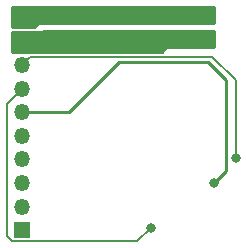
<source format=gbl>
G04 #@! TF.GenerationSoftware,KiCad,Pcbnew,5.1.4+dfsg1-1*
G04 #@! TF.CreationDate,2020-04-30T23:01:33+02:00*
G04 #@! TF.ProjectId,USB_conn,5553425f-636f-46e6-9e2e-6b696361645f,rev?*
G04 #@! TF.SameCoordinates,Original*
G04 #@! TF.FileFunction,Copper,L2,Bot*
G04 #@! TF.FilePolarity,Positive*
%FSLAX46Y46*%
G04 Gerber Fmt 4.6, Leading zero omitted, Abs format (unit mm)*
G04 Created by KiCad (PCBNEW 5.1.4+dfsg1-1) date 2020-04-30 23:01:33*
%MOMM*%
%LPD*%
G04 APERTURE LIST*
%ADD10R,1.350000X1.350000*%
%ADD11O,1.350000X1.350000*%
%ADD12C,0.600000*%
%ADD13C,0.800000*%
%ADD14C,0.127000*%
%ADD15C,0.250000*%
%ADD16C,0.254000*%
G04 APERTURE END LIST*
D10*
X91000000Y-109500000D03*
D11*
X91000000Y-107500000D03*
X91000000Y-105500000D03*
X91000000Y-103500000D03*
X91000000Y-101500000D03*
X91000000Y-99500000D03*
X91000000Y-97500000D03*
X91000000Y-95500000D03*
X91000000Y-93500000D03*
X91000000Y-91500000D03*
D12*
X102000000Y-90900000D03*
X101100000Y-91700000D03*
X103700000Y-90900000D03*
X102800000Y-91700000D03*
D13*
X101900000Y-109300000D03*
X107250000Y-105500000D03*
X109100000Y-103400000D03*
D12*
X102000000Y-93000000D03*
X101100000Y-93800000D03*
X103700000Y-93000000D03*
X102800000Y-93800000D03*
D14*
X90114199Y-110438501D02*
X89700000Y-110024302D01*
X101900000Y-109300000D02*
X100761499Y-110438501D01*
X100761499Y-110438501D02*
X90114199Y-110438501D01*
X89700000Y-98800000D02*
X91000000Y-97500000D01*
X89700000Y-110024302D02*
X89700000Y-98800000D01*
D15*
X91000000Y-99500000D02*
X95000000Y-99500000D01*
X95000000Y-99500000D02*
X99250000Y-95250000D01*
X99250000Y-95250000D02*
X106750000Y-95250000D01*
X106750000Y-95250000D02*
X108250000Y-96750000D01*
X108250000Y-96750000D02*
X108250000Y-104500000D01*
X108250000Y-104500000D02*
X107250000Y-105500000D01*
D14*
X109100000Y-103400000D02*
X109100000Y-96800000D01*
X91674999Y-94825001D02*
X91000000Y-95500000D01*
X107125001Y-94825001D02*
X91674999Y-94825001D01*
X109100000Y-96800000D02*
X107125001Y-94825001D01*
D16*
G36*
X107273000Y-93973000D02*
G01*
X103300000Y-93973000D01*
X103275224Y-93975440D01*
X103251399Y-93982667D01*
X103229443Y-93994403D01*
X103210197Y-94010197D01*
X102847394Y-94373000D01*
X90127000Y-94373000D01*
X90127000Y-92727000D01*
X92700000Y-92727000D01*
X92724776Y-92724560D01*
X92748601Y-92717333D01*
X92770557Y-92705597D01*
X92789803Y-92689803D01*
X92852606Y-92627000D01*
X107273000Y-92627000D01*
X107273000Y-93973000D01*
X107273000Y-93973000D01*
G37*
X107273000Y-93973000D02*
X103300000Y-93973000D01*
X103275224Y-93975440D01*
X103251399Y-93982667D01*
X103229443Y-93994403D01*
X103210197Y-94010197D01*
X102847394Y-94373000D01*
X90127000Y-94373000D01*
X90127000Y-92727000D01*
X92700000Y-92727000D01*
X92724776Y-92724560D01*
X92748601Y-92717333D01*
X92770557Y-92705597D01*
X92789803Y-92689803D01*
X92852606Y-92627000D01*
X107273000Y-92627000D01*
X107273000Y-93973000D01*
G36*
X107273000Y-91973000D02*
G01*
X92400000Y-91973000D01*
X92375224Y-91975440D01*
X92351399Y-91982667D01*
X92329443Y-91994403D01*
X92310197Y-92010197D01*
X92047394Y-92273000D01*
X90127000Y-92273000D01*
X90127000Y-90627000D01*
X107273000Y-90627000D01*
X107273000Y-91973000D01*
X107273000Y-91973000D01*
G37*
X107273000Y-91973000D02*
X92400000Y-91973000D01*
X92375224Y-91975440D01*
X92351399Y-91982667D01*
X92329443Y-91994403D01*
X92310197Y-92010197D01*
X92047394Y-92273000D01*
X90127000Y-92273000D01*
X90127000Y-90627000D01*
X107273000Y-90627000D01*
X107273000Y-91973000D01*
M02*

</source>
